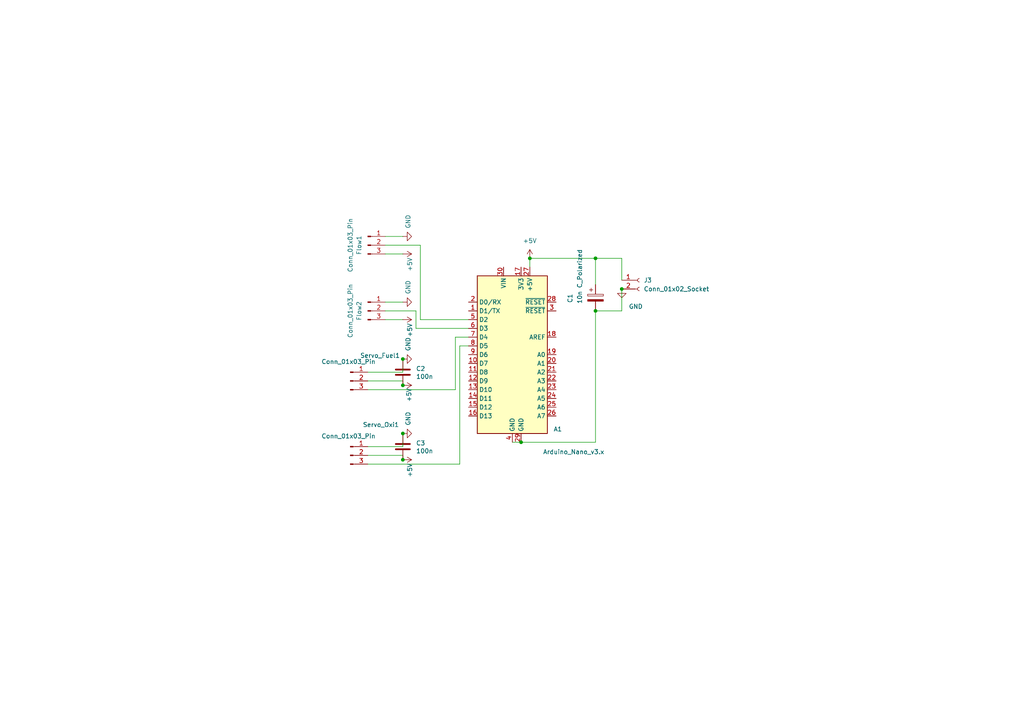
<source format=kicad_sch>
(kicad_sch (version 20231120) (generator "eeschema") (generator_version "8.0")
  (paper "A4")
  (lib_symbols
    (symbol "Connector:Conn_01x02_Socket" (pin_names (offset 1.016) hide)
      (property "Reference" "J" (at 0 2.54 0))
      (property "Value" "Conn_01x02_Socket" (at 0 -5.08 0))
      (symbol "Conn_01x02_Socket_1_1"
        (arc (start 0 -2.032) (mid -0.5058 -2.54) (end 0 -3.048) (stroke (width 0.1524)))
        (polyline (pts (xy -1.27 -2.54) (xy -0.508 -2.54)) (stroke (width 0.1524)))
        (polyline (pts (xy -1.27 0) (xy -0.508 0)) (stroke (width 0.1524)))
        (arc (start 0 0.508) (mid -0.5058 0) (end 0 -0.508) (stroke (width 0.1524)))
        (pin passive line (at -5.08 0 0) (length 3.81) (name "Pin_1") (number "1"))
        (pin passive line (at -5.08 -2.54 0) (length 3.81) (name "Pin_2") (number "2"))
      )
    )
    (symbol "Connector:Conn_01x03_Pin" (pin_names (offset 1.016) hide)
      (property "Reference" "J" (at 0 5.08 0))
      (property "Value" "Conn_01x03_Pin" (at 0 -5.08 0))
      (symbol "Conn_01x03_Pin_1_1"
        (polyline (pts (xy 1.27 -2.54) (xy 0.8636 -2.54)) (stroke (width 0.1524)))
        (polyline (pts (xy 1.27 0) (xy 0.8636 0)) (stroke (width 0.1524)))
        (polyline (pts (xy 1.27 2.54) (xy 0.8636 2.54)) (stroke (width 0.1524)))
        (rectangle (start 0.8636 -2.413) (end 0 -2.667) (stroke (width 0.1524)) (fill (type outline)))
        (rectangle (start 0.8636 0.127) (end 0 -0.127) (stroke (width 0.1524)) (fill (type outline)))
        (rectangle (start 0.8636 2.667) (end 0 2.413) (stroke (width 0.1524)) (fill (type outline)))
        (pin passive line (at 5.08 2.54 180) (length 3.81) (name "Pin_1") (number "1"))
        (pin passive line (at 5.08 0 180) (length 3.81) (name "Pin_2") (number "2"))
        (pin passive line (at 5.08 -2.54 180) (length 3.81) (name "Pin_3") (number "3"))
      )
    )
    (symbol "Device:C" (pin_numbers hide) (pin_names (offset 0.254))
      (property "Reference" "C" (at 0.635 2.54 0))
      (property "Value" "C" (at 0.635 -2.54 0))
      (symbol "C_0_1"
        (polyline (pts (xy -2.032 -0.762) (xy 2.032 -0.762)) (stroke (width 0.508)))
        (polyline (pts (xy -2.032 0.762) (xy 2.032 0.762)) (stroke (width 0.508)))
      )
      (symbol "C_1_1"
        (pin passive line (at 0 3.81 270) (length 2.794) (name "~") (number "1"))
        (pin passive line (at 0 -3.81 90) (length 2.794) (name "~") (number "2"))
      )
    )
    (symbol "Device:C_Polarized" (pin_numbers hide) (pin_names (offset 0.254))
      (property "Reference" "C" (at 0.635 2.54 0))
      (property "Value" "C_Polarized" (at 0.635 -2.54 0))
      (symbol "C_Polarized_0_1"
        (rectangle (start -2.286 0.508) (end 2.286 1.016))
        (polyline (pts (xy -1.778 2.286) (xy -0.762 2.286)))
        (polyline (pts (xy -1.27 2.794) (xy -1.27 1.778)))
        (rectangle (start 2.286 -0.508) (end -2.286 -1.016) (fill (type outline)))
      )
      (symbol "C_Polarized_1_1"
        (pin passive line (at 0 3.81 270) (length 2.794) (name "~") (number "1"))
        (pin passive line (at 0 -3.81 90) (length 2.794) (name "~") (number "2"))
      )
    )
    (symbol "MCU_Module:Arduino_Nano_v3.x"
      (property "Reference" "A" (at -10.16 23.495 0))
      (property "Value" "Arduino_Nano_v3.x" (at 5.08 -24.13 0))
      (symbol "Arduino_Nano_v3.x_0_1"
        (rectangle (start -10.16 22.86) (end 10.16 -22.86) (stroke (width 0.254)) (fill (type background)))
      )
      (symbol "Arduino_Nano_v3.x_1_1"
        (pin bidirectional line (at -12.7 12.7 0) (length 2.54) (name "D1/TX") (number "1"))
        (pin bidirectional line (at -12.7 -2.54 0) (length 2.54) (name "D7") (number "10"))
        (pin bidirectional line (at -12.7 -5.08 0) (length 2.54) (name "D8") (number "11"))
        (pin bidirectional line (at -12.7 -7.62 0) (length 2.54) (name "D9") (number "12"))
        (pin bidirectional line (at -12.7 -10.16 0) (length 2.54) (name "D10") (number "13"))
        (pin bidirectional line (at -12.7 -12.7 0) (length 2.54) (name "D11") (number "14"))
        (pin bidirectional line (at -12.7 -15.24 0) (length 2.54) (name "D12") (number "15"))
        (pin bidirectional line (at -12.7 -17.78 0) (length 2.54) (name "D13") (number "16"))
        (pin power_out line (at 2.54 25.4 270) (length 2.54) (name "3V3") (number "17"))
        (pin input line (at 12.7 5.08 180) (length 2.54) (name "AREF") (number "18"))
        (pin bidirectional line (at 12.7 0 180) (length 2.54) (name "A0") (number "19"))
        (pin bidirectional line (at -12.7 15.24 0) (length 2.54) (name "D0/RX") (number "2"))
        (pin bidirectional line (at 12.7 -2.54 180) (length 2.54) (name "A1") (number "20"))
        (pin bidirectional line (at 12.7 -5.08 180) (length 2.54) (name "A2") (number "21"))
        (pin bidirectional line (at 12.7 -7.62 180) (length 2.54) (name "A3") (number "22"))
        (pin bidirectional line (at 12.7 -10.16 180) (length 2.54) (name "A4") (number "23"))
        (pin bidirectional line (at 12.7 -12.7 180) (length 2.54) (name "A5") (number "24"))
        (pin bidirectional line (at 12.7 -15.24 180) (length 2.54) (name "A6") (number "25"))
        (pin bidirectional line (at 12.7 -17.78 180) (length 2.54) (name "A7") (number "26"))
        (pin power_out line (at 5.08 25.4 270) (length 2.54) (name "+5V") (number "27"))
        (pin input line (at 12.7 15.24 180) (length 2.54) (name "~{RESET}") (number "28"))
        (pin power_in line (at 2.54 -25.4 90) (length 2.54) (name "GND") (number "29"))
        (pin input line (at 12.7 12.7 180) (length 2.54) (name "~{RESET}") (number "3"))
        (pin power_in line (at -2.54 25.4 270) (length 2.54) (name "VIN") (number "30"))
        (pin power_in line (at 0 -25.4 90) (length 2.54) (name "GND") (number "4"))
        (pin bidirectional line (at -12.7 10.16 0) (length 2.54) (name "D2") (number "5"))
        (pin bidirectional line (at -12.7 7.62 0) (length 2.54) (name "D3") (number "6"))
        (pin bidirectional line (at -12.7 5.08 0) (length 2.54) (name "D4") (number "7"))
        (pin bidirectional line (at -12.7 2.54 0) (length 2.54) (name "D5") (number "8"))
        (pin bidirectional line (at -12.7 0 0) (length 2.54) (name "D6") (number "9"))
      )
    )
    (symbol "power:+5V" (power) (pin_numbers hide) (pin_names (offset 0) hide)
      (property "Value" "+5V" (at 0 3.556 0))
      (symbol "+5V_0_1"
        (polyline (pts (xy -0.762 1.27) (xy 0 2.54)))
        (polyline (pts (xy 0 0) (xy 0 2.54)))
        (polyline (pts (xy 0 2.54) (xy 0.762 1.27)))
      )
      (symbol "+5V_1_1"
        (pin power_in line (at 0 0 90) (length 0) (name "~") (number "1"))
      )
    )
    (symbol "power:GND" (power) (pin_numbers hide) (pin_names (offset 0) hide)
      (property "Value" "GND" (at 0 -3.81 0))
      (symbol "GND_0_1"
        (polyline (pts (xy 0 0) (xy 0 -1.27) (xy 1.27 -1.27) (xy 0 -2.54) (xy -1.27 -1.27) (xy 0 -1.27)))
      )
      (symbol "GND_1_1"
        (pin power_in line (at 0 0 270) (length 0) (name "~") (number "1"))
      )
    )
  )
  (junction (at 116.84 133.35))
  (junction (at 151.13 128.27))
  (junction (at 116.84 125.73))
  (junction (at 180.34 83.82))
  (junction (at 172.72 90.17))
  (junction (at 116.84 104.14))
  (junction (at 172.72 74.93))
  (junction (at 153.67 74.93))
  (junction (at 116.84 111.76))
  (wire (pts (xy 121.92 71.12) (xy 121.92 92.71)))
  (wire (pts (xy 120.65 90.17) (xy 120.65 95.25)))
  (wire (pts (xy 106.68 134.62) (xy 133.35 134.62)))
  (wire (pts (xy 133.35 134.62) (xy 133.35 100.33)))
  (wire (pts (xy 111.76 90.17) (xy 120.65 90.17)))
  (wire (pts (xy 111.76 87.63) (xy 116.84 87.63)))
  (wire (pts (xy 106.68 129.54) (xy 116.84 129.54)))
  (wire (pts (xy 132.08 97.79) (xy 135.89 97.79)))
  (wire (pts (xy 111.76 92.71) (xy 116.84 92.71)))
  (wire (pts (xy 106.68 113.03) (xy 132.08 113.03)))
  (wire (pts (xy 116.84 132.08) (xy 116.84 133.35)))
  (wire (pts (xy 116.84 104.14) (xy 116.84 107.95)))
  (wire (pts (xy 148.59 128.27) (xy 151.13 128.27)))
  (wire (pts (xy 180.34 74.93) (xy 180.34 81.28)))
  (wire (pts (xy 111.76 71.12) (xy 121.92 71.12)))
  (wire (pts (xy 172.72 128.27) (xy 151.13 128.27)))
  (wire (pts (xy 153.67 74.93) (xy 172.72 74.93)))
  (wire (pts (xy 106.68 132.08) (xy 116.84 132.08)))
  (wire (pts (xy 120.65 95.25) (xy 135.89 95.25)))
  (wire (pts (xy 111.76 73.66) (xy 116.84 73.66)))
  (wire (pts (xy 133.35 100.33) (xy 135.89 100.33)))
  (wire (pts (xy 132.08 113.03) (xy 132.08 97.79)))
  (wire (pts (xy 106.68 107.95) (xy 116.84 107.95)))
  (wire (pts (xy 172.72 90.17) (xy 180.34 90.17)))
  (wire (pts (xy 180.34 83.82) (xy 180.34 90.17)))
  (wire (pts (xy 121.92 92.71) (xy 135.89 92.71)))
  (wire (pts (xy 172.72 90.17) (xy 172.72 128.27)))
  (wire (pts (xy 111.76 68.58) (xy 116.84 68.58)))
  (wire (pts (xy 116.84 110.49) (xy 116.84 111.76)))
  (wire (pts (xy 106.68 110.49) (xy 116.84 110.49)))
  (wire (pts (xy 180.34 74.93) (xy 172.72 74.93)))
  (wire (pts (xy 116.84 129.54) (xy 116.84 125.73)))
  (wire (pts (xy 172.72 74.93) (xy 172.72 82.55)))
  (wire (pts (xy 153.67 74.93) (xy 153.67 77.47)))
  (symbol (lib_id "Connector:Conn_01x02_Socket") (at 185.42 81.28 0) (unit 1)
    (property "Reference" "J3" (at 186.69 81.2799 0) (effects (justify left)))
    (property "Value" "Conn_01x02_Socket" (at 186.69 83.8199 0) (effects (justify left)))
    (property "Footprint" "Connector_PinSocket_2.54mm:PinSocket_1x02_P2.54mm_Vertical" (effects (hide yes)))
    (property "Datasheet" "https://www.mouser.com/datasheet/2/527/bcs-2854218.pdf" (effects (hide yes)))
    (property "Description" "Generic connector, single row, 01x02, script generated" (effects (hide yes)))
    (property "MPM" "BCS-102-L-S-TE " (effects (hide yes)))
    (property "Supplier" "Mouser" (effects (hide yes)))
  )
  (symbol (lib_id "Connector:Conn_01x03_Pin") (at 101.6 132.08 0) (unit 1)
    (property "Reference" "Servo_Oxi1" (at 110.49 123.19 0))
    (property "Value" "Conn_01x03_Pin" (at 101.092 126.492 0))
    (property "Footprint" "Connector_PinHeader_2.54mm:PinHeader_1x03_P2.54mm_Vertical" (effects (hide yes)))
    (property "Datasheet" "https://www.mouser.com/datasheet/2/527/htsw_th-2854340.pdf" (effects (hide yes)))
    (property "Description" "Generic connector, single row, 01x03, script generated" (effects (hide yes)))
    (property "MPM" "HTSW-103-07-G-S" (effects (hide yes)))
    (property "Supplier" "Mouser" (effects (hide yes)))
  )
  (symbol (lib_id "power:GND") (at 180.34 83.82 0) (unit 1)
    (property "Reference" "#PWR03" (effects (hide yes)))
    (property "Value" "GND" (at 184.404 88.9 0))
    (property "Description" "Power symbol creates a global label with name \"GND\" , ground" (effects (hide yes)))
  )
  (symbol (lib_id "power:GND") (at 116.84 104.14 90) (unit 1)
    (property "Reference" "#PWR04" (effects (hide yes)))
    (property "Value" "GND" (at 118.364 99.822 0))
    (property "Description" "Power symbol creates a global label with name \"GND\" , ground" (effects (hide yes)))
  )
  (symbol (lib_id "power:GND") (at 116.84 87.63 90) (unit 1)
    (property "Reference" "#PWR09" (effects (hide yes)))
    (property "Value" "GND" (at 118.364 83.312 0))
    (property "Description" "Power symbol creates a global label with name \"GND\" , ground" (effects (hide yes)))
  )
  (symbol (lib_id "Device:C") (at 116.84 129.54 0) (unit 1)
    (property "Reference" "C3" (at 120.65 128.524 0) (effects (justify left)))
    (property "Value" "100n" (at 120.65 130.8099 0) (effects (justify left)))
    (property "Footprint" "Capacitor_THT:C_Disc_D5.1mm_W3.2mm_P5.00mm" (effects (hide yes)))
    (property "Datasheet" "https://www.vishay.com/docs/45164/aseries.pdf" (effects (hide yes)))
    (property "Description" "Unpolarized capacitor" (effects (hide yes)))
    (property "MPM" "594-A104M15X7RF5UAA" (effects (hide yes)))
    (property "Supplier" "Mouser" (effects (hide yes)))
  )
  (symbol (lib_id "Connector:Conn_01x03_Pin") (at 101.6 110.49 0) (unit 1)
    (property "Reference" "Servo_Fuel1" (at 110.236 103.124 0))
    (property "Value" "Conn_01x03_Pin" (at 101.092 104.902 0))
    (property "Footprint" "Connector_PinHeader_2.54mm:PinHeader_1x03_P2.54mm_Vertical" (effects (hide yes)))
    (property "Description" "Generic connector, single row, 01x03, script generated" (effects (hide yes)))
  )
  (symbol (lib_id "power:+5V") (at 116.84 73.66 270) (unit 1)
    (property "Reference" "#PWR08" (effects (hide yes)))
    (property "Value" "+5V" (at 118.872 76.708 0))
    (property "Description" "Power symbol creates a global label with name \"+5V\"" (effects (hide yes)))
  )
  (symbol (lib_id "power:+5V") (at 116.84 133.35 270) (unit 1)
    (property "Reference" "#PWR06" (effects (hide yes)))
    (property "Value" "+5V" (at 118.872 136.398 0))
    (property "Description" "Power symbol creates a global label with name \"+5V\"" (effects (hide yes)))
  )
  (symbol (lib_id "power:GND") (at 116.84 68.58 90) (unit 1)
    (property "Reference" "#PWR07" (effects (hide yes)))
    (property "Value" "GND" (at 118.364 64.262 0))
    (property "Description" "Power symbol creates a global label with name \"GND\" , ground" (effects (hide yes)))
  )
  (symbol (lib_id "power:+5V") (at 116.84 92.71 270) (unit 1)
    (property "Reference" "#PWR010" (effects (hide yes)))
    (property "Value" "+5V" (at 118.872 95.758 0))
    (property "Description" "Power symbol creates a global label with name \"+5V\"" (effects (hide yes)))
  )
  (symbol (lib_id "power:GND") (at 116.84 125.73 90) (unit 1)
    (property "Reference" "#PWR05" (effects (hide yes)))
    (property "Value" "GND" (at 118.364 121.412 0))
    (property "Description" "Power symbol creates a global label with name \"GND\" , ground" (effects (hide yes)))
  )
  (symbol (lib_id "Device:C_Polarized") (at 172.72 86.36 0) (unit 1)
    (property "Reference" "C1" (at 165.354 87.884 90) (effects (justify left)))
    (property "Value" "10n C_Polarized" (at 168.148 88.138 90) (effects (justify left)))
    (property "Footprint" "Capacitor_THT:CP_Radial_D5.0mm_P2.00mm" (effects (hide yes)))
    (property "Datasheet" "https://www.mouser.com/datasheet/2/315/ABA0000C1059-947582.pdf" (effects (hide yes)))
    (property "Description" "Polarized capacitor" (effects (hide yes)))
    (property "MPM" "667-ECE-A1HKS4R7" (effects (hide yes)))
    (property "Supplier" "Mouser" (effects (hide yes)))
  )
  (symbol (lib_id "power:+5V") (at 116.84 111.76 270) (unit 1)
    (property "Reference" "#PWR02" (effects (hide yes)))
    (property "Value" "+5V" (at 118.618 114.554 0))
    (property "Description" "Power symbol creates a global label with name \"+5V\"" (effects (hide yes)))
  )
  (symbol (lib_id "Connector:Conn_01x03_Pin") (at 106.68 90.17 0) (unit 1)
    (property "Reference" "Flow2" (at 104.14 90.17 90))
    (property "Value" "Conn_01x03_Pin" (at 101.6 90.17 90))
    (property "Footprint" "Connector_JST:JST_EH_B3B-EH-A_1x03_P2.50mm_Vertical" (effects (hide yes)))
    (property "Datasheet" "https://www.mouser.com/datasheet/2/418/7/ENG_CD_171825_Y3-2016242.pdf" (effects (hide yes)))
    (property "Description" "Generic connector, single row, 01x03, script generated" (effects (hide yes)))
    (property "MPM" "171825-3 " (effects (hide yes)))
    (property "Supplier" "Mouser" (effects (hide yes)))
  )
  (symbol (lib_id "Connector:Conn_01x03_Pin") (at 106.68 71.12 0) (unit 1)
    (property "Reference" "Flow1" (at 104.14 71.12 90))
    (property "Value" "Conn_01x03_Pin" (at 101.6 71.12 90))
    (property "Footprint" "Connector_JST:JST_EH_B3B-EH-A_1x03_P2.50mm_Vertical" (effects (hide yes)))
    (property "Datasheet" "https://www.mouser.com/datasheet/2/418/7/ENG_CD_171825_Y3-2016242.pdf" (effects (hide yes)))
    (property "Description" "Generic connector, single row, 01x03, script generated" (effects (hide yes)))
    (property "MPM" "171825-3 " (effects (hide yes)))
    (property "Supplier" "Mouser" (effects (hide yes)))
  )
  (symbol (lib_id "Device:C") (at 116.84 107.95 0) (unit 1)
    (property "Reference" "C2" (at 120.65 106.934 0) (effects (justify left)))
    (property "Value" "100n" (at 120.65 109.2199 0) (effects (justify left)))
    (property "Footprint" "Capacitor_THT:C_Disc_D5.1mm_W3.2mm_P5.00mm" (effects (hide yes)))
    (property "Datasheet" "https://www.vishay.com/docs/45164/aseries.pdf" (effects (hide yes)))
    (property "Description" "Unpolarized capacitor" (effects (hide yes)))
    (property "MPM" "594-A104M15X7RF5UAA" (effects (hide yes)))
    (property "Supplier" "Mouser" (effects (hide yes)))
  )
  (symbol (lib_id "MCU_Module:Arduino_Nano_v3.x") (at 148.59 102.87 0) (unit 1)
    (property "Reference" "A1" (at 160.528 124.46 0) (effects (justify left)))
    (property "Value" "Arduino_Nano_v3.x" (at 157.48 131.064 0) (effects (justify left)))
    (property "Footprint" "Module:Arduino_Nano" (effects (hide yes)))
    (property "Datasheet" "http://www.mouser.com/pdfdocs/Gravitech_Arduino_Nano3_0.pdf" (effects (hide yes)))
    (property "Description" "Arduino Nano v3.x" (effects (hide yes)))
  )
  (symbol (lib_id "power:+5V") (at 153.67 74.93 0) (unit 1)
    (property "Reference" "#PWR01" (effects (hide yes)))
    (property "Value" "+5V" (at 153.67 69.85 0))
    (property "Description" "Power symbol creates a global label with name \"+5V\"" (effects (hide yes)))
  )
)
</source>
